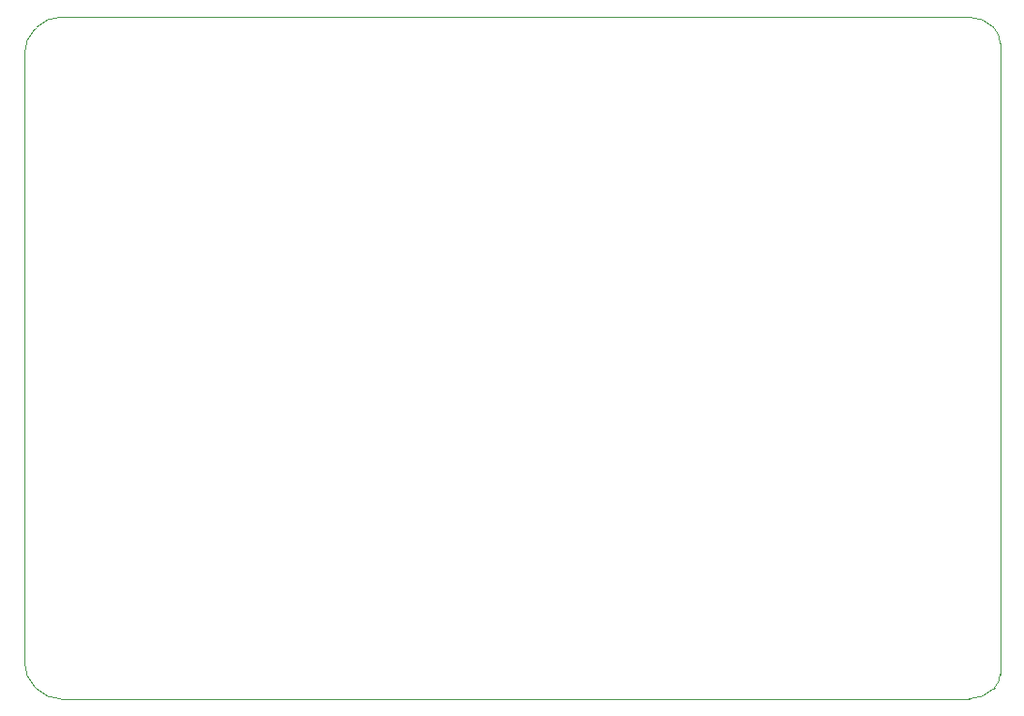
<source format=gbr>
%TF.GenerationSoftware,Altium Limited,Altium Designer,24.7.2 (38)*%
G04 Layer_Color=0*
%FSLAX45Y45*%
%MOMM*%
%TF.SameCoordinates,C0304756-74E1-48AD-9E84-610300F6E2F7*%
%TF.FilePolarity,Positive*%
%TF.FileFunction,Profile,NP*%
%TF.Part,Single*%
G01*
G75*
%TA.AperFunction,Profile*%
%ADD48C,0.02540*%
D48*
X-5410197Y-2739803D02*
G02*
X-5500000Y-2523000I216802J216802D01*
G01*
Y2973000D01*
D02*
G02*
X-5410197Y3189803I306605J0D01*
G01*
X-5389803Y3210198D01*
D02*
G02*
X-5173000Y3300000I216802J-216802D01*
G01*
X3023000D01*
D02*
G02*
X3239803Y3210198I0J-306605D01*
G01*
D02*
G02*
X3300000Y3064868I-145330J-145330D01*
G01*
Y-2629290D01*
D02*
G02*
X3250000Y-2750000I-170710J0D01*
G01*
X3239803Y-2760197D01*
D02*
G02*
X3023000Y-2850000I-216802J216802D01*
G01*
X-5173000D01*
D02*
G02*
X-5389803Y-2760197I0J306605D01*
G01*
X-5410197Y-2739803D01*
%TF.MD5,a5ca7b79058e0b1971b48c6e0e4b841f*%
M02*

</source>
